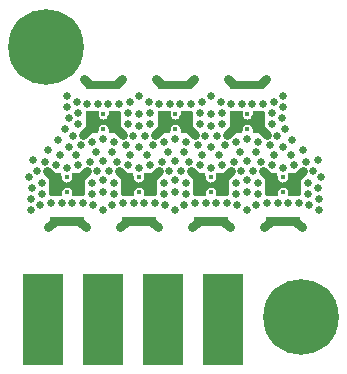
<source format=gbr>
G04 start of page 5 for group -4063 idx -4063 *
G04 Title: LED carrier v. 0.1, componentmask *
G04 Creator: pcb 1.99x *
G04 CreationDate: Sun Jun 28 01:38:54 2009 UTC *
G04 For: davidellsworth *
G04 Format: Gerber/RS-274X *
G04 PCB-Dimensions: 120000 122000 *
G04 PCB-Coordinate-Origin: lower left *
%MOIN*%
%FSLAX24Y24*%
%LNFRONTMASK*%
%ADD16C,0.0150*%
%ADD17C,0.0250*%
%ADD19C,0.0290*%
%ADD21C,0.0080*%
%ADD22R,0.0380X0.0380*%
%ADD23C,0.0050*%
%ADD24C,0.0020*%
%ADD25C,0.0100*%
%ADD26C,0.2520*%
%ADD27C,0.0170*%
%ADD28R,0.1320X0.1320*%
%ADD29R,0.0280X0.0280*%
G54D26*X10100Y1600D03*
G54D17*X9510Y8579D03*
X9460Y8219D03*
X10760Y6249D03*
X10699Y5520D03*
X10649Y5880D03*
X10699Y5150D03*
X9859Y6660D03*
X9499Y6560D03*
X10249Y6760D03*
X10499Y6470D03*
X9560Y7850D03*
X9510Y8949D03*
X9800Y7500D03*
X10150Y7150D03*
X10669Y6830D03*
X9500Y7250D03*
X9750Y7000D03*
X9200D03*
X9190Y8769D03*
X9140Y8399D03*
Y8039D03*
X9050Y7339D03*
X9300Y7629D03*
X8300Y6800D03*
X8749Y6760D03*
X7350Y7000D03*
X7849Y6760D03*
X8659Y6060D03*
X8300Y6150D03*
X8499Y6470D03*
G54D27*X7099Y6250D03*
G54D17*X7929Y6060D03*
X8099Y6470D03*
X8300Y5750D03*
G54D27*X7099Y5750D03*
G54D17*X7269Y5390D03*
X7629D03*
X7929Y5700D03*
X7979Y5330D03*
X7459Y6660D03*
G54D27*X9499Y5750D03*
Y6250D03*
G54D17*X9669Y5390D03*
X9319D03*
X10029D03*
X10379Y5330D03*
X10329Y5700D03*
Y6060D03*
X8959Y5390D03*
X8609Y5330D03*
X8659Y5700D03*
X8300Y5150D03*
X9129Y6660D03*
X7099Y6560D03*
X7100Y8950D03*
Y8350D03*
Y7250D03*
Y7950D03*
X8840Y8709D03*
X8480D03*
G54D27*X8300Y8349D03*
Y7849D03*
G54D17*X7940Y7439D03*
X8300Y7539D03*
X8670Y7439D03*
X8600Y7100D03*
X8050D03*
X8130Y8709D03*
X7770D03*
X7420Y8769D03*
X7470Y8399D03*
Y8039D03*
X7300Y7629D03*
X7550Y7339D03*
X3500Y5750D03*
X3859Y5700D03*
X3500Y5150D03*
X3809Y5330D03*
X4159Y5390D03*
X4519D03*
X1759D03*
X2119D03*
X2469D03*
X3129Y6060D03*
Y5700D03*
G54D27*X2299Y5750D03*
G54D17*X3179Y5330D03*
X2829Y5390D03*
X5529Y5700D03*
X5579Y5330D03*
X5229Y5390D03*
X3500Y6150D03*
X3859Y6060D03*
X5529D03*
X5059Y6660D03*
X4869Y5390D03*
G54D27*X4699Y5750D03*
Y6250D03*
G54D17*X6800Y7000D03*
X6729Y6660D03*
X6740Y8039D03*
X6900Y7629D03*
X6650Y7339D03*
X6919Y5390D03*
X6559D03*
X5900Y5150D03*
X6209Y5330D03*
X6259Y5700D03*
Y6060D03*
X5900Y5750D03*
X6200Y7100D03*
X5900Y6800D03*
Y6150D03*
X6349Y6760D03*
X6099Y6470D03*
X5900Y7539D03*
X6270Y7439D03*
X2380Y7269D03*
X2600Y7000D03*
X2750Y7339D03*
X3699Y6470D03*
X3949Y6760D03*
X4329Y6660D03*
X3299Y6470D03*
X3800Y7100D03*
X3870Y7439D03*
X4250Y7339D03*
X3250Y7100D03*
X3140Y7439D03*
X3500Y7539D03*
G54D27*Y7849D03*
G54D17*X2670Y8039D03*
X2299Y6560D03*
G54D27*Y6250D03*
G54D17*X2659Y6660D03*
X3049Y6760D03*
X5699Y6470D03*
X5449Y6760D03*
X5650Y7100D03*
G54D27*X5900Y7849D03*
G54D17*X5540Y7439D03*
X4700Y7950D03*
X4500Y7629D03*
X4700Y7250D03*
X5070Y8039D03*
X4900Y7629D03*
X5150Y7339D03*
X1459Y6060D03*
Y5700D03*
X1409Y5330D03*
X1089Y5520D03*
X1299Y6470D03*
X1650Y7150D03*
X1169Y6830D03*
X1929Y6660D03*
X1549Y6760D03*
X1089Y5150D03*
X1139Y5880D03*
X2000Y7500D03*
X2239Y7850D03*
X2050Y7000D03*
X1039Y6249D03*
X2500Y7629D03*
G54D26*X1600Y10600D03*
G54D17*X2300Y8949D03*
X2350Y8219D03*
X2300Y8579D03*
X2670Y8399D03*
X2620Y8769D03*
X6440Y8709D03*
X6080D03*
X5730D03*
X6790Y8769D03*
X6740Y8399D03*
G54D27*X5900Y8349D03*
G54D17*X4699Y6560D03*
X4950Y7000D03*
X4400D03*
X3500Y6800D03*
X4040Y8709D03*
X4390Y8769D03*
X4340Y8399D03*
Y8039D03*
X4700Y8950D03*
Y8350D03*
X5070Y8399D03*
X3680Y8709D03*
X2970D03*
X3330D03*
G54D27*X3500Y8349D03*
G54D17*X5370Y8709D03*
X5020Y8769D03*
G54D28*X1500Y2350D02*Y650D01*
X3500Y2350D02*Y650D01*
X5500Y2350D02*Y650D01*
X7500Y2350D02*Y650D01*
G54D19*X7560Y4740D02*X7720Y4580D01*
G54D29*X7210Y4770D02*X7530D01*
G54D19*X9960Y4740D02*X10120Y4580D01*
G54D29*X9610Y4770D02*X9930D01*
G54D19*X8870Y4580D02*X9030Y4740D01*
G54D29*X9060Y4770D02*X9380D01*
G54D19*X6470Y4580D02*X6630Y4740D01*
G54D29*X6660Y4770D02*X6980D01*
G54D19*X5160Y4740D02*X5320Y4580D01*
G54D29*X4810Y4770D02*X5130D01*
G54D19*X4070Y4580D02*X4230Y4740D01*
X2760D02*X2920Y4580D01*
G54D29*X2410Y4770D02*X2730D01*
G54D19*X1670Y4580D02*X1830Y4740D01*
G54D29*X1860Y4770D02*X2180D01*
X4260D02*X4580D01*
G54D19*X6340Y7880D02*X6570Y7650D01*
G54D21*X6120Y8310D02*Y7760D01*
G54D22*X6280Y8270D02*Y7910D01*
G54D21*X6460Y8420D02*Y7820D01*
G54D23*X6060Y8210D02*X6110Y8340D01*
G54D24*X6090Y8450D02*Y7810D01*
G54D23*X6070Y7970D02*X6120Y7840D01*
G54D19*X6370Y9360D02*X6530Y9520D01*
G54D29*X6020Y9330D02*X6340D01*
G54D19*X7680Y9520D02*X7840Y9360D01*
G54D29*X7870Y9330D02*X8190D01*
G54D19*X8770Y9360D02*X8930Y9520D01*
G54D29*X8420Y9330D02*X8740D01*
G54D19*X5280Y9520D02*X5440Y9360D01*
G54D29*X5470Y9330D02*X5790D01*
G54D19*X2880Y9520D02*X3040Y9360D01*
G54D29*X3070Y9330D02*X3390D01*
G54D19*X3970Y9360D02*X4130Y9520D01*
G54D29*X3620Y9330D02*X3940D01*
G54D19*X5240Y7650D02*X5470Y7880D01*
G54D21*X5350Y8420D02*Y7800D01*
G54D22*X5530Y8270D02*Y7910D01*
G54D24*X5720Y8450D02*Y7810D01*
G54D21*X5690Y8380D02*Y7760D01*
G54D23*X5770Y8010D02*X5920Y8070D01*
G54D25*X6010Y8060D02*X6110Y7970D01*
G54D23*X5910Y8060D02*X6060Y8010D01*
X5700Y8330D02*X5750Y8210D01*
G54D25*X5670Y8270D02*X5800Y8140D01*
X5700Y7960D02*X5800Y8060D01*
G54D23*X5700Y7860D02*X5750Y8000D01*
G54D24*X6090Y8450D02*Y7820D01*
G54D23*X5900Y8140D02*X6050Y8190D01*
G54D16*X5710Y8100D02*X6100D01*
G54D23*X5770Y8190D02*X5920Y8140D01*
G54D25*X6010D02*X6110Y8240D01*
G54D16*X8110Y8100D02*X8500D01*
G54D25*X8410Y8140D02*X8510Y8240D01*
G54D23*X8170Y8190D02*X8320Y8140D01*
G54D21*X8090Y8380D02*Y7760D01*
G54D24*X8490Y8450D02*Y7810D01*
G54D23*X8470Y7970D02*X8520Y7840D01*
G54D21*X2950Y8420D02*Y7800D01*
G54D19*X2840Y7650D02*X3070Y7880D01*
G54D23*X3300Y8330D02*X3350Y8210D01*
G54D25*X3270Y8270D02*X3400Y8140D01*
G54D22*X3130Y8270D02*Y7910D01*
G54D24*X3320Y8450D02*Y7810D01*
G54D21*X3290Y8380D02*Y7760D01*
G54D23*X3370Y8010D02*X3520Y8070D01*
X3510Y8060D02*X3660Y8010D01*
G54D25*X3300Y7960D02*X3400Y8060D01*
G54D23*X3300Y7860D02*X3350Y8000D01*
G54D16*X3310Y8100D02*X3700D01*
G54D23*X3370Y8190D02*X3520Y8140D01*
G54D21*X4060Y8420D02*Y7820D01*
G54D19*X3940Y7880D02*X4170Y7650D01*
G54D22*X3880Y8270D02*Y7910D01*
G54D21*X3720Y8310D02*Y7760D01*
G54D25*X3610Y8060D02*X3710Y7970D01*
G54D23*X3670D02*X3720Y7840D01*
G54D24*X3690Y8450D02*Y7820D01*
G54D23*X3660Y8210D02*X3710Y8340D01*
X3500Y8140D02*X3650Y8190D01*
G54D25*X3610Y8140D02*X3710Y8240D01*
G54D24*X3690Y8450D02*Y7810D01*
G54D21*X5250Y6300D02*Y5680D01*
G54D19*X5130Y6220D02*X5360Y6450D01*
G54D23*X4850Y5890D02*X4900Y5770D01*
G54D25*X4800Y5960D02*X4930Y5830D01*
G54D22*X5070Y6190D02*Y5830D01*
G54D24*X4880Y6290D02*Y5650D01*
G54D21*X4910Y6340D02*Y5720D01*
G54D23*X4680Y6030D02*X4830Y6090D01*
X4540D02*X4690Y6040D01*
G54D25*X4800D02*X4900Y6140D01*
G54D23*X4850Y6100D02*X4900Y6240D01*
G54D16*X4500Y6000D02*X4890D01*
G54D23*X4680Y5960D02*X4830Y5910D01*
G54D21*X4140Y6280D02*Y5680D01*
G54D19*X4030Y6450D02*X4260Y6220D01*
G54D22*X4320Y6190D02*Y5830D01*
G54D21*X4480Y6340D02*Y5790D01*
G54D25*X4490Y6130D02*X4590Y6040D01*
G54D23*X4480Y6260D02*X4530Y6130D01*
G54D24*X4510Y6280D02*Y5650D01*
G54D23*X4490Y5760D02*X4540Y5890D01*
X4550Y5910D02*X4700Y5960D01*
G54D25*X4490Y5860D02*X4590Y5960D01*
G54D24*X4510Y6290D02*Y5650D01*
G54D21*X2850Y6300D02*Y5680D01*
G54D19*X2730Y6220D02*X2960Y6450D01*
G54D23*X2450Y5890D02*X2500Y5770D01*
G54D25*X2400Y5960D02*X2530Y5830D01*
G54D22*X2670Y6190D02*Y5830D01*
G54D24*X2480Y6290D02*Y5650D01*
G54D21*X2510Y6340D02*Y5720D01*
G54D23*X2280Y6030D02*X2430Y6090D01*
X2140D02*X2290Y6040D01*
G54D25*X2400D02*X2500Y6140D01*
G54D23*X2450Y6100D02*X2500Y6240D01*
G54D16*X2100Y6000D02*X2490D01*
G54D23*X2280Y5960D02*X2430Y5910D01*
G54D21*X1740Y6280D02*Y5680D01*
G54D19*X1630Y6450D02*X1860Y6220D01*
G54D22*X1920Y6190D02*Y5830D01*
G54D21*X2080Y6340D02*Y5790D01*
G54D25*X2090Y6130D02*X2190Y6040D01*
G54D23*X2080Y6260D02*X2130Y6130D01*
G54D24*X2110Y6280D02*Y5650D01*
G54D23*X2090Y5760D02*X2140Y5890D01*
X2150Y5910D02*X2300Y5960D01*
G54D25*X2090Y5860D02*X2190Y5960D01*
G54D24*X2110Y6290D02*Y5650D01*
G54D19*X6430Y6450D02*X6660Y6220D01*
X7530D02*X7760Y6450D01*
G54D23*X7250Y6100D02*X7300Y6240D01*
X6880Y6260D02*X6930Y6130D01*
G54D21*X7650Y6300D02*Y5680D01*
G54D22*X7470Y6190D02*Y5830D01*
G54D24*X7280Y6290D02*Y5650D01*
G54D21*X7310Y6340D02*Y5720D01*
G54D23*X7080Y6030D02*X7230Y6090D01*
X6940D02*X7090Y6040D01*
G54D25*X7200D02*X7300Y6140D01*
G54D16*X6900Y6000D02*X7290D01*
G54D23*X7080Y5960D02*X7230Y5910D01*
G54D21*X6540Y6280D02*Y5680D01*
G54D22*X6720Y6190D02*Y5830D01*
G54D21*X6880Y6340D02*Y5790D01*
G54D25*X6890Y6130D02*X6990Y6040D01*
G54D23*X7250Y5890D02*X7300Y5770D01*
G54D25*X7200Y5960D02*X7330Y5830D01*
G54D24*X6910Y6280D02*Y5650D01*
G54D23*X6890Y5760D02*X6940Y5890D01*
X6950Y5910D02*X7100Y5960D01*
G54D25*X6890Y5860D02*X6990Y5960D01*
G54D24*X6910Y6290D02*Y5650D01*
G54D21*X10050Y6300D02*Y5680D01*
G54D19*X9930Y6220D02*X10160Y6450D01*
G54D22*X9870Y6190D02*Y5830D01*
G54D19*X8830Y6450D02*X9060Y6220D01*
G54D22*X9120Y6190D02*Y5830D01*
G54D21*X8940Y6280D02*Y5680D01*
G54D23*X9290Y5760D02*X9340Y5890D01*
G54D24*X9310Y6290D02*Y5650D01*
G54D23*X9280Y6260D02*X9330Y6130D01*
G54D21*X9280Y6340D02*Y5790D01*
G54D24*X9310Y6280D02*Y5650D01*
G54D25*X9290Y6130D02*X9390Y6040D01*
G54D23*X9340Y6090D02*X9490Y6040D01*
X9350Y5910D02*X9500Y5960D01*
G54D25*X9290Y5860D02*X9390Y5960D01*
G54D23*X9650Y5890D02*X9700Y5770D01*
X9480Y6030D02*X9630Y6090D01*
G54D25*X9600Y6040D02*X9700Y6140D01*
G54D23*X9650Y6100D02*X9700Y6240D01*
G54D16*X9300Y6000D02*X9690D01*
G54D23*X9480Y5960D02*X9630Y5910D01*
G54D25*X9600Y5960D02*X9730Y5830D01*
G54D24*X9680Y6290D02*Y5650D01*
G54D21*X9710Y6340D02*Y5720D01*
X7750Y8420D02*Y7800D01*
G54D19*X7640Y7650D02*X7870Y7880D01*
G54D23*X8170Y8010D02*X8320Y8070D01*
G54D21*X8520Y8310D02*Y7760D01*
G54D24*X8490Y8450D02*Y7820D01*
G54D25*X8410Y8060D02*X8510Y7970D01*
G54D21*X8860Y8420D02*Y7820D01*
G54D19*X8740Y7880D02*X8970Y7650D01*
G54D22*X8680Y8270D02*Y7910D01*
G54D23*X8310Y8060D02*X8460Y8010D01*
X8300Y8140D02*X8450Y8190D01*
X8460Y8210D02*X8510Y8340D01*
X8100Y8330D02*X8150Y8210D01*
G54D22*X7930Y8270D02*Y7910D01*
G54D25*X8100Y7960D02*X8200Y8060D01*
G54D23*X8100Y7860D02*X8150Y8000D01*
G54D25*X8070Y8270D02*X8200Y8140D01*
G54D24*X8120Y8450D02*Y7810D01*
M02*

</source>
